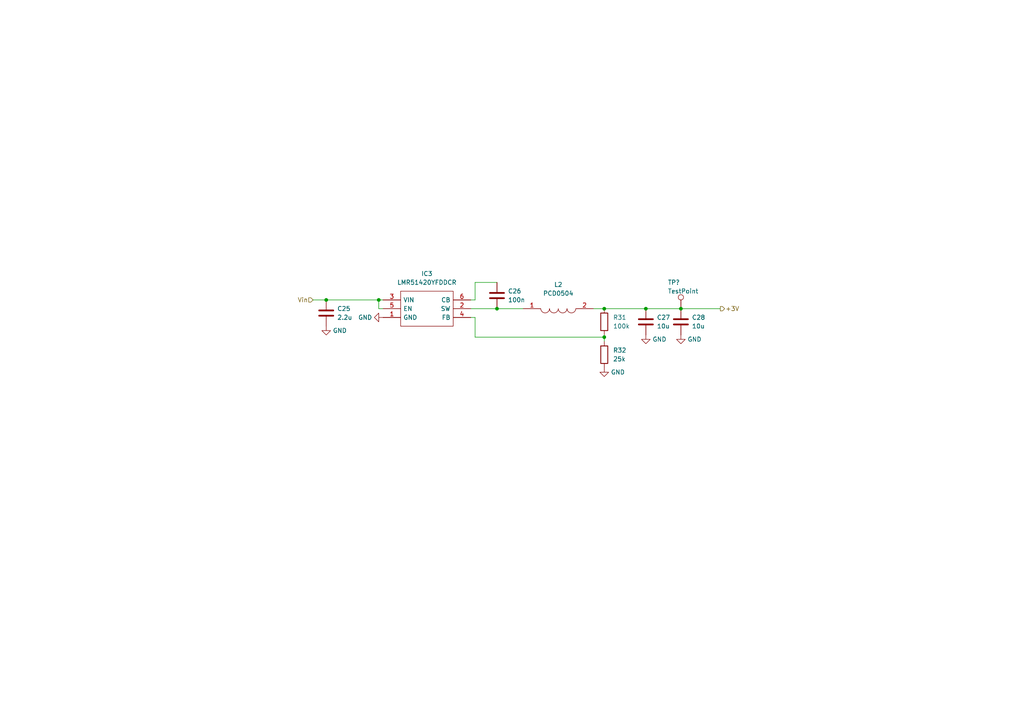
<source format=kicad_sch>
(kicad_sch (version 20211123) (generator eeschema)
  (paper "A4")
  (lib_symbols
    (symbol "Connector:TestPoint" (pin_numbers hide) (pin_names (offset 0.762) hide)
      (property "Reference" "TP" (at 0 6.858 0))
      (property "Value" "TestPoint" (at 0 5.08 0))
      (symbol "TestPoint_0_1"
        (circle (center 0 3.302) (radius 0.762))
      )
      (symbol "TestPoint_1_1"
        (pin passive line (at 0 0 90) (length 2.54) (name "1") (number "1"))
      )
    )
    (symbol "Device:C" (pin_numbers hide) (pin_names (offset 0.254))
      (property "Reference" "C" (at 0.635 2.54 0))
      (property "Value" "C" (at 0.635 -2.54 0))
      (symbol "C_0_1"
        (polyline (pts (xy -2.032 -0.762) (xy 2.032 -0.762)) (stroke (width 0.508)))
        (polyline (pts (xy -2.032 0.762) (xy 2.032 0.762)) (stroke (width 0.508)))
      )
      (symbol "C_1_1"
        (pin passive line (at 0 3.81 270) (length 2.794) (name "~") (number "1"))
        (pin passive line (at 0 -3.81 90) (length 2.794) (name "~") (number "2"))
      )
    )
    (symbol "Device:R" (pin_numbers hide) (pin_names (offset 0))
      (property "Reference" "R" (at 2.032 0 90))
      (property "Value" "R" (at 0 0 90))
      (symbol "R_0_1"
        (rectangle (start -1.016 -2.54) (end 1.016 2.54) (stroke (width 0.254)))
      )
      (symbol "R_1_1"
        (pin passive line (at 0 3.81 270) (length 1.27) (name "~") (number "1"))
        (pin passive line (at 0 -3.81 90) (length 1.27) (name "~") (number "2"))
      )
    )
    (symbol "LMR51420XDDCR:LMR51420XDDCR" (pin_names (offset 0.762))
      (property "Reference" "IC" (at 21.59 7.62 0))
      (property "Value" "LMR51420XDDCR" (at 21.59 5.08 0))
      (symbol "LMR51420XDDCR_0_0"
        (pin passive line (at 0 -5.08 0) (length 5.08) (name "GND") (number "1"))
        (pin passive line (at 25.4 -2.54 180) (length 5.08) (name "SW") (number "2"))
        (pin passive line (at 0 0 0) (length 5.08) (name "VIN") (number "3"))
        (pin passive line (at 25.4 -5.08 180) (length 5.08) (name "FB") (number "4"))
        (pin passive line (at 0 -2.54 0) (length 5.08) (name "EN") (number "5"))
        (pin passive line (at 25.4 0 180) (length 5.08) (name "CB") (number "6"))
      )
      (symbol "LMR51420XDDCR_0_1"
        (polyline (pts (xy 5.08 2.54) (xy 20.32 2.54) (xy 20.32 -7.62) (xy 5.08 -7.62) (xy 5.08 2.54)) (stroke (width 0.1524)))
      )
    )
    (symbol "PCD0504:PCD0504" (pin_names (offset 0.762))
      (property "Reference" "L" (at 16.51 6.35 0))
      (property "Value" "PCD0504" (at 16.51 3.81 0))
      (symbol "PCD0504_0_0"
        (pin passive line (at 0 0 0) (length 5.08) (name "~") (number "1"))
        (pin passive line (at 20.32 0 180) (length 5.08) (name "~") (number "2"))
      )
      (symbol "PCD0504_0_1"
        (arc (start 5.08 0) (mid 6.35 -1.3218) (end 7.62 0) (stroke (width 0.1524)))
        (arc (start 7.62 0) (mid 8.89 -1.3218) (end 10.16 0) (stroke (width 0.1524)))
        (arc (start 10.16 0) (mid 11.43 -1.3218) (end 12.7 0) (stroke (width 0.1524)))
        (arc (start 12.7 0) (mid 13.97 -1.3218) (end 15.24 0) (stroke (width 0.1524)))
      )
    )
    (symbol "power:GND" (power) (pin_names (offset 0))
      (property "Value" "GND" (at 0 -3.81 0))
      (symbol "GND_0_1"
        (polyline (pts (xy 0 0) (xy 0 -1.27) (xy 1.27 -1.27) (xy 0 -2.54) (xy -1.27 -1.27) (xy 0 -1.27)))
      )
      (symbol "GND_1_1"
        (pin power_in line (at 0 0 270) (length 0) hide (name "GND") (number "1"))
      )
    )
  )
  (junction (at 175.26 97.79))
  (junction (at 175.26 89.535))
  (junction (at 109.855 86.995))
  (junction (at 187.325 89.535))
  (junction (at 94.615 86.995))
  (junction (at 144.145 89.535))
  (junction (at 197.485 89.535))
  (wire (pts (xy 172.085 89.535) (xy 175.26 89.535)))
  (wire (pts (xy 109.855 86.995) (xy 111.125 86.995)))
  (wire (pts (xy 137.795 81.915) (xy 144.145 81.915)))
  (wire (pts (xy 175.26 97.155) (xy 175.26 97.79)))
  (wire (pts (xy 175.26 97.79) (xy 137.795 97.79)))
  (wire (pts (xy 175.26 89.535) (xy 187.325 89.535)))
  (wire (pts (xy 137.795 92.075) (xy 137.795 97.79)))
  (wire (pts (xy 175.26 97.79) (xy 175.26 99.06)))
  (wire (pts (xy 144.145 89.535) (xy 151.765 89.535)))
  (wire (pts (xy 90.805 86.995) (xy 94.615 86.995)))
  (wire (pts (xy 94.615 86.995) (xy 109.855 86.995)))
  (wire (pts (xy 187.325 89.535) (xy 197.485 89.535)))
  (wire (pts (xy 136.525 89.535) (xy 144.145 89.535)))
  (wire (pts (xy 109.855 89.535) (xy 109.855 86.995)))
  (wire (pts (xy 111.125 89.535) (xy 109.855 89.535)))
  (wire (pts (xy 136.525 86.995) (xy 137.795 86.995)))
  (wire (pts (xy 197.485 89.535) (xy 208.915 89.535)))
  (wire (pts (xy 137.795 86.995) (xy 137.795 81.915)))
  (wire (pts (xy 136.525 92.075) (xy 137.795 92.075)))
  (hierarchical_label "Vin" (shape input) (at 90.805 86.995 180))
  (hierarchical_label "+3V" (shape output) (at 208.915 89.535 0))
  (symbol (lib_id "Device:R") (at 175.26 93.345 0)
    (property "Reference" "R31" (at 177.8 92.0749 0) (effects (justify left)))
    (property "Value" "100k" (at 177.8 94.6149 0) (effects (justify left)))
    (property "Footprint" "Resistor_SMD:R_0805_2012Metric_Pad1.20x1.40mm_HandSolder" (effects hide))
    (property "Lomex" "80-55-70" (effects hide))
  )
  (symbol (lib_id "Device:C") (at 94.615 90.805 0)
    (property "Reference" "C25" (at 97.79 89.5349 0) (effects (justify left)))
    (property "Value" "2.2u" (at 97.79 92.0749 0) (effects (justify left)))
    (property "Footprint" "Capacitor_SMD:C_0805_2012Metric_Pad1.18x1.45mm_HandSolder" (effects hide))
    (property "Lomex" "82-12-91" (effects hide))
  )
  (symbol (lib_id "power:GND") (at 175.26 106.68 0)
    (property "Reference" "#PWR082" (effects hide))
    (property "Value" "GND" (at 177.165 107.9499 0) (effects (justify left)))
  )
  (symbol (lib_id "power:GND") (at 111.125 92.075 270)
    (property "Reference" "#PWR081" (effects hide))
    (property "Value" "GND" (at 107.95 92.0749 90) (effects (justify right)))
  )
  (symbol (lib_id "Device:C") (at 197.485 93.345 0)
    (property "Reference" "C28" (at 200.66 92.0749 0) (effects (justify left)))
    (property "Value" "10u" (at 200.66 94.6149 0) (effects (justify left)))
    (property "Footprint" "Capacitor_SMD:C_0805_2012Metric_Pad1.18x1.45mm_HandSolder" (effects hide))
    (property "Lomex" "82-17-06" (effects hide))
  )
  (symbol (lib_id "Device:C") (at 144.145 85.725 0)
    (property "Reference" "C26" (at 147.32 84.4549 0) (effects (justify left)))
    (property "Value" "100n" (at 147.32 86.9949 0) (effects (justify left)))
    (property "Footprint" "Capacitor_SMD:C_0805_2012Metric_Pad1.18x1.45mm_HandSolder" (effects hide))
    (property "Lomex" "82-13-46" (effects hide))
  )
  (symbol (lib_id "Device:C") (at 187.325 93.345 0)
    (property "Reference" "C27" (at 190.5 92.0749 0) (effects (justify left)))
    (property "Value" "10u" (at 190.5 94.6149 0) (effects (justify left)))
    (property "Footprint" "Capacitor_SMD:C_0805_2012Metric_Pad1.18x1.45mm_HandSolder" (effects hide))
    (property "Lomex" "82-17-06" (effects hide))
  )
  (symbol (lib_id "power:GND") (at 94.615 94.615 0)
    (property "Reference" "#PWR080" (effects hide))
    (property "Value" "GND" (at 96.52 95.8849 0) (effects (justify left)))
  )
  (symbol (lib_id "Device:R") (at 175.26 102.87 0)
    (property "Reference" "R32" (at 177.8 101.5999 0) (effects (justify left)))
    (property "Value" "25k" (at 177.8 104.1399 0) (effects (justify left)))
    (property "Footprint" "Resistor_SMD:R_0805_2012Metric_Pad1.20x1.40mm_HandSolder" (effects hide))
    (property "Lomex" "80-41-54" (effects hide))
  )
  (symbol (lib_id "power:GND") (at 197.485 97.155 0)
    (property "Reference" "#PWR084" (effects hide))
    (property "Value" "GND" (at 199.39 98.4249 0) (effects (justify left)))
  )
  (symbol (lib_id "power:GND") (at 187.325 97.155 0)
    (property "Reference" "#PWR083" (effects hide))
    (property "Value" "GND" (at 189.23 98.4249 0) (effects (justify left)))
  )
  (symbol (lib_id "PCD0504:PCD0504") (at 151.765 89.535 0)
    (property "Reference" "L2" (at 161.925 82.55 0))
    (property "Value" "PCD0504" (at 161.925 85.09 0))
    (property "Footprint" "PCD0504VIKINGINDUCTOR:PCD0504" (effects hide))
    (property "Datasheet" "https://www.viking.com.tw/Templates/att/PCD_Series.pdf?lng=enVaw1ztYE9ji8ugPiOlDzHd60k" (effects hide))
    (property "Description" "SMD Power Inductor" (effects hide))
    (property "Height" "4.8" (effects hide))
    (property "Manufacturer_Name" "Viking" (effects hide))
    (property "Manufacturer_Part_Number" "PCD0504" (effects hide))
    (property "Lomex" "93-02-78" (effects hide))
  )
  (symbol (lib_id "LMR51420XDDCR:LMR51420XDDCR") (at 111.125 86.995 0)
    (property "Reference" "IC3" (at 123.825 79.375 0))
    (property "Value" "LMR51420YFDDCR" (at 123.825 81.915 0))
    (property "Footprint" "SOT95P280X110-6N" (effects hide))
    (property "Datasheet" "https://www.ti.com/lit/ds/symlink/lmr51420.pdf?ts=1663231243064" (effects hide))
    (property "Description" "Switching Voltage Regulators SIMPLE SWITCHER power converter 4.5-V to 36-V, 2-A, synchronous buck with 40-uA IQ" (effects hide))
    (property "Height" "1.1" (effects hide))
    (property "Manufacturer_Name" "Texas Instruments" (effects hide))
    (property "Mouser Part Number" "595-LMR51420YFDDCR" (effects hide))
    (property "Mouser Price/Stock" "https://www.mouser.co.uk/ProductDetail/Texas-Instruments/LMR51420XDDCR?qs=vvQtp7zwQdN6fBqQU4azxw%3D%3D" (effects hide))
    (property "Mouser" "595-LMR51420YFDDCR" (effects hide))
  )
  (symbol (lib_id "Connector:TestPoint") (at 197.485 89.535 0)
    (property "Reference" "TP?" (at 193.675 81.915 0) (effects (justify left)))
    (property "Value" "TestPoint" (at 193.675 84.455 0) (effects (justify left)))
    (property "Footprint" "TestPoint:TestPoint_Pad_D2.5mm" (effects hide))
  )
)
</source>
